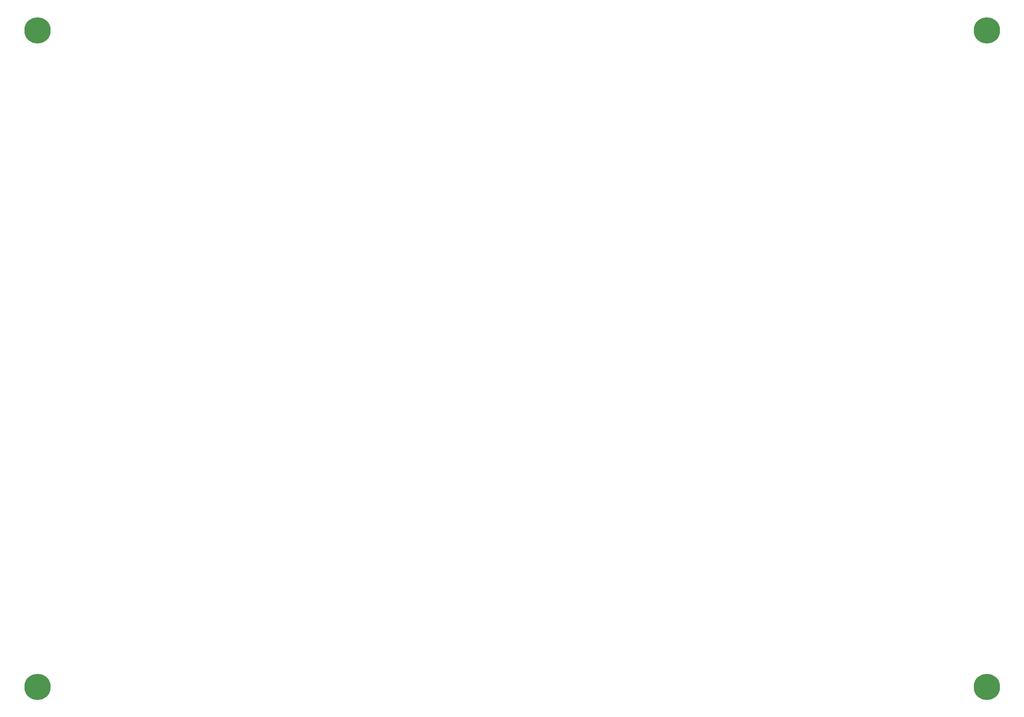
<source format=gbr>
%TF.GenerationSoftware,Altium Limited,Altium Designer,22.1.2 (22)*%
G04 Layer_Color=0*
%FSLAX45Y45*%
%MOMM*%
%TF.SameCoordinates,97720CCC-B93B-4F85-99AC-C394CD96EF65*%
%TF.FilePolarity,Positive*%
%TF.FileFunction,NonPlated,1,2,NPTH,Drill*%
%TF.Part,Single*%
G01*
G75*
%TA.AperFunction,ComponentDrill*%
%ADD95C,6.00000*%
D95*
X-14968600Y-9279000D02*
D03*
Y5697600D02*
D03*
X6675500Y-9279000D02*
D03*
Y5697600D02*
D03*
%TF.MD5,b544b9190b4a3cc5fdd5cfba60be61bc*%
M02*

</source>
